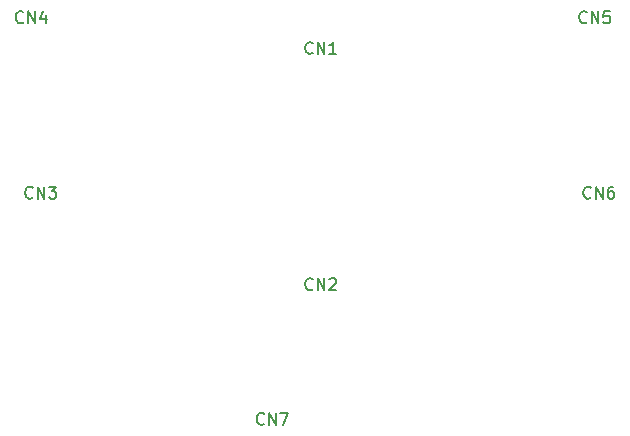
<source format=gto>
%TF.GenerationSoftware,KiCad,Pcbnew,(5.1.10)-1*%
%TF.CreationDate,2021-07-26T17:23:28+09:00*%
%TF.ProjectId,electrode_FPCB_rev1.1,656c6563-7472-46f6-9465-5f465043425f,1.1*%
%TF.SameCoordinates,Original*%
%TF.FileFunction,Legend,Top*%
%TF.FilePolarity,Positive*%
%FSLAX46Y46*%
G04 Gerber Fmt 4.6, Leading zero omitted, Abs format (unit mm)*
G04 Created by KiCad (PCBNEW (5.1.10)-1) date 2021-07-26 17:23:28*
%MOMM*%
%LPD*%
G01*
G04 APERTURE LIST*
%ADD10C,0.150000*%
G04 APERTURE END LIST*
%TO.C,CN7*%
D10*
X70509523Y-58257142D02*
X70461904Y-58304761D01*
X70319047Y-58352380D01*
X70223809Y-58352380D01*
X70080952Y-58304761D01*
X69985714Y-58209523D01*
X69938095Y-58114285D01*
X69890476Y-57923809D01*
X69890476Y-57780952D01*
X69938095Y-57590476D01*
X69985714Y-57495238D01*
X70080952Y-57400000D01*
X70223809Y-57352380D01*
X70319047Y-57352380D01*
X70461904Y-57400000D01*
X70509523Y-57447619D01*
X70938095Y-58352380D02*
X70938095Y-57352380D01*
X71509523Y-58352380D01*
X71509523Y-57352380D01*
X71890476Y-57352380D02*
X72557142Y-57352380D01*
X72128571Y-58352380D01*
%TO.C,CN6*%
X98159523Y-39107142D02*
X98111904Y-39154761D01*
X97969047Y-39202380D01*
X97873809Y-39202380D01*
X97730952Y-39154761D01*
X97635714Y-39059523D01*
X97588095Y-38964285D01*
X97540476Y-38773809D01*
X97540476Y-38630952D01*
X97588095Y-38440476D01*
X97635714Y-38345238D01*
X97730952Y-38250000D01*
X97873809Y-38202380D01*
X97969047Y-38202380D01*
X98111904Y-38250000D01*
X98159523Y-38297619D01*
X98588095Y-39202380D02*
X98588095Y-38202380D01*
X99159523Y-39202380D01*
X99159523Y-38202380D01*
X100064285Y-38202380D02*
X99873809Y-38202380D01*
X99778571Y-38250000D01*
X99730952Y-38297619D01*
X99635714Y-38440476D01*
X99588095Y-38630952D01*
X99588095Y-39011904D01*
X99635714Y-39107142D01*
X99683333Y-39154761D01*
X99778571Y-39202380D01*
X99969047Y-39202380D01*
X100064285Y-39154761D01*
X100111904Y-39107142D01*
X100159523Y-39011904D01*
X100159523Y-38773809D01*
X100111904Y-38678571D01*
X100064285Y-38630952D01*
X99969047Y-38583333D01*
X99778571Y-38583333D01*
X99683333Y-38630952D01*
X99635714Y-38678571D01*
X99588095Y-38773809D01*
%TO.C,CN5*%
X97809523Y-24257142D02*
X97761904Y-24304761D01*
X97619047Y-24352380D01*
X97523809Y-24352380D01*
X97380952Y-24304761D01*
X97285714Y-24209523D01*
X97238095Y-24114285D01*
X97190476Y-23923809D01*
X97190476Y-23780952D01*
X97238095Y-23590476D01*
X97285714Y-23495238D01*
X97380952Y-23400000D01*
X97523809Y-23352380D01*
X97619047Y-23352380D01*
X97761904Y-23400000D01*
X97809523Y-23447619D01*
X98238095Y-24352380D02*
X98238095Y-23352380D01*
X98809523Y-24352380D01*
X98809523Y-23352380D01*
X99761904Y-23352380D02*
X99285714Y-23352380D01*
X99238095Y-23828571D01*
X99285714Y-23780952D01*
X99380952Y-23733333D01*
X99619047Y-23733333D01*
X99714285Y-23780952D01*
X99761904Y-23828571D01*
X99809523Y-23923809D01*
X99809523Y-24161904D01*
X99761904Y-24257142D01*
X99714285Y-24304761D01*
X99619047Y-24352380D01*
X99380952Y-24352380D01*
X99285714Y-24304761D01*
X99238095Y-24257142D01*
%TO.C,CN4*%
X50109523Y-24257142D02*
X50061904Y-24304761D01*
X49919047Y-24352380D01*
X49823809Y-24352380D01*
X49680952Y-24304761D01*
X49585714Y-24209523D01*
X49538095Y-24114285D01*
X49490476Y-23923809D01*
X49490476Y-23780952D01*
X49538095Y-23590476D01*
X49585714Y-23495238D01*
X49680952Y-23400000D01*
X49823809Y-23352380D01*
X49919047Y-23352380D01*
X50061904Y-23400000D01*
X50109523Y-23447619D01*
X50538095Y-24352380D02*
X50538095Y-23352380D01*
X51109523Y-24352380D01*
X51109523Y-23352380D01*
X52014285Y-23685714D02*
X52014285Y-24352380D01*
X51776190Y-23304761D02*
X51538095Y-24019047D01*
X52157142Y-24019047D01*
%TO.C,CN3*%
X50909523Y-39107142D02*
X50861904Y-39154761D01*
X50719047Y-39202380D01*
X50623809Y-39202380D01*
X50480952Y-39154761D01*
X50385714Y-39059523D01*
X50338095Y-38964285D01*
X50290476Y-38773809D01*
X50290476Y-38630952D01*
X50338095Y-38440476D01*
X50385714Y-38345238D01*
X50480952Y-38250000D01*
X50623809Y-38202380D01*
X50719047Y-38202380D01*
X50861904Y-38250000D01*
X50909523Y-38297619D01*
X51338095Y-39202380D02*
X51338095Y-38202380D01*
X51909523Y-39202380D01*
X51909523Y-38202380D01*
X52290476Y-38202380D02*
X52909523Y-38202380D01*
X52576190Y-38583333D01*
X52719047Y-38583333D01*
X52814285Y-38630952D01*
X52861904Y-38678571D01*
X52909523Y-38773809D01*
X52909523Y-39011904D01*
X52861904Y-39107142D01*
X52814285Y-39154761D01*
X52719047Y-39202380D01*
X52433333Y-39202380D01*
X52338095Y-39154761D01*
X52290476Y-39107142D01*
%TO.C,CN2*%
X74609523Y-46857142D02*
X74561904Y-46904761D01*
X74419047Y-46952380D01*
X74323809Y-46952380D01*
X74180952Y-46904761D01*
X74085714Y-46809523D01*
X74038095Y-46714285D01*
X73990476Y-46523809D01*
X73990476Y-46380952D01*
X74038095Y-46190476D01*
X74085714Y-46095238D01*
X74180952Y-46000000D01*
X74323809Y-45952380D01*
X74419047Y-45952380D01*
X74561904Y-46000000D01*
X74609523Y-46047619D01*
X75038095Y-46952380D02*
X75038095Y-45952380D01*
X75609523Y-46952380D01*
X75609523Y-45952380D01*
X76038095Y-46047619D02*
X76085714Y-46000000D01*
X76180952Y-45952380D01*
X76419047Y-45952380D01*
X76514285Y-46000000D01*
X76561904Y-46047619D01*
X76609523Y-46142857D01*
X76609523Y-46238095D01*
X76561904Y-46380952D01*
X75990476Y-46952380D01*
X76609523Y-46952380D01*
%TO.C,CN1*%
X74609523Y-26857142D02*
X74561904Y-26904761D01*
X74419047Y-26952380D01*
X74323809Y-26952380D01*
X74180952Y-26904761D01*
X74085714Y-26809523D01*
X74038095Y-26714285D01*
X73990476Y-26523809D01*
X73990476Y-26380952D01*
X74038095Y-26190476D01*
X74085714Y-26095238D01*
X74180952Y-26000000D01*
X74323809Y-25952380D01*
X74419047Y-25952380D01*
X74561904Y-26000000D01*
X74609523Y-26047619D01*
X75038095Y-26952380D02*
X75038095Y-25952380D01*
X75609523Y-26952380D01*
X75609523Y-25952380D01*
X76609523Y-26952380D02*
X76038095Y-26952380D01*
X76323809Y-26952380D02*
X76323809Y-25952380D01*
X76228571Y-26095238D01*
X76133333Y-26190476D01*
X76038095Y-26238095D01*
%TD*%
M02*

</source>
